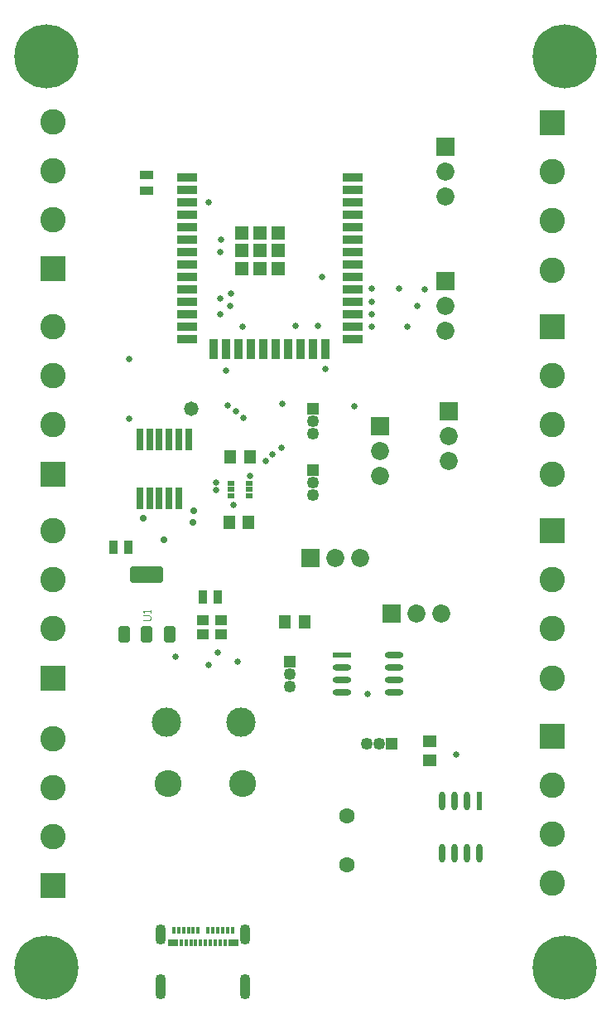
<source format=gts>
G04*
G04 #@! TF.GenerationSoftware,Altium Limited,Altium Designer,22.7.1 (60)*
G04*
G04 Layer_Color=8388736*
%FSLAX25Y25*%
%MOIN*%
G70*
G04*
G04 #@! TF.SameCoordinates,2BF9A078-D696-49FA-A729-B53DB30398E2*
G04*
G04*
G04 #@! TF.FilePolarity,Negative*
G04*
G01*
G75*
%ADD16C,0.00394*%
%ADD18R,0.04953X0.05756*%
%ADD21R,0.02410X0.07597*%
G04:AMPARAMS|DCode=22|XSize=75.97mil|YSize=24.1mil|CornerRadius=12.05mil|HoleSize=0mil|Usage=FLASHONLY|Rotation=270.000|XOffset=0mil|YOffset=0mil|HoleType=Round|Shape=RoundedRectangle|*
%AMROUNDEDRECTD22*
21,1,0.07597,0.00000,0,0,270.0*
21,1,0.05187,0.02410,0,0,270.0*
1,1,0.02410,0.00000,-0.02594*
1,1,0.02410,0.00000,0.02594*
1,1,0.02410,0.00000,0.02594*
1,1,0.02410,0.00000,-0.02594*
%
%ADD22ROUNDEDRECTD22*%
%ADD25R,0.03248X0.05217*%
G04:AMPARAMS|DCode=26|XSize=75.97mil|YSize=24.1mil|CornerRadius=12.05mil|HoleSize=0mil|Usage=FLASHONLY|Rotation=0.000|XOffset=0mil|YOffset=0mil|HoleType=Round|Shape=RoundedRectangle|*
%AMROUNDEDRECTD26*
21,1,0.07597,0.00000,0,0,0.0*
21,1,0.05187,0.02410,0,0,0.0*
1,1,0.02410,0.02594,0.00000*
1,1,0.02410,-0.02594,0.00000*
1,1,0.02410,-0.02594,0.00000*
1,1,0.02410,0.02594,0.00000*
%
%ADD26ROUNDEDRECTD26*%
%ADD27R,0.07597X0.02410*%
%ADD28R,0.05756X0.04953*%
%ADD29R,0.05217X0.03248*%
%ADD30R,0.03937X0.02756*%
%ADD31R,0.01181X0.02756*%
%ADD32R,0.05236X0.05236*%
%ADD33R,0.03543X0.07874*%
%ADD34R,0.07874X0.03543*%
%ADD35R,0.02769X0.08674*%
%ADD36R,0.02769X0.02375*%
%ADD37R,0.04737X0.03950*%
G04:AMPARAMS|DCode=38|XSize=43.43mil|YSize=65.09mil|CornerRadius=5.95mil|HoleSize=0mil|Usage=FLASHONLY|Rotation=180.000|XOffset=0mil|YOffset=0mil|HoleType=Round|Shape=RoundedRectangle|*
%AMROUNDEDRECTD38*
21,1,0.04343,0.05319,0,0,180.0*
21,1,0.03154,0.06509,0,0,180.0*
1,1,0.01190,-0.01577,0.02659*
1,1,0.01190,0.01577,0.02659*
1,1,0.01190,0.01577,-0.02659*
1,1,0.01190,-0.01577,-0.02659*
%
%ADD38ROUNDEDRECTD38*%
G04:AMPARAMS|DCode=39|XSize=132.02mil|YSize=65.09mil|CornerRadius=6mil|HoleSize=0mil|Usage=FLASHONLY|Rotation=180.000|XOffset=0mil|YOffset=0mil|HoleType=Round|Shape=RoundedRectangle|*
%AMROUNDEDRECTD39*
21,1,0.13202,0.05309,0,0,180.0*
21,1,0.12002,0.06509,0,0,180.0*
1,1,0.01200,-0.06001,0.02655*
1,1,0.01200,0.06001,0.02655*
1,1,0.01200,0.06001,-0.02655*
1,1,0.01200,-0.06001,-0.02655*
%
%ADD39ROUNDEDRECTD39*%
%ADD40C,0.10249*%
%ADD41R,0.10249X0.10249*%
%ADD42C,0.25800*%
%ADD43R,0.07284X0.07284*%
%ADD44C,0.07284*%
%ADD45C,0.11800*%
%ADD46R,0.07284X0.07284*%
%ADD47R,0.04934X0.04934*%
%ADD48C,0.04934*%
%ADD49R,0.04934X0.04934*%
%ADD50C,0.10800*%
%ADD51C,0.06312*%
G04:AMPARAMS|DCode=52|XSize=43.31mil|YSize=102.36mil|CornerRadius=21.65mil|HoleSize=0mil|Usage=FLASHONLY|Rotation=0.000|XOffset=0mil|YOffset=0mil|HoleType=Round|Shape=RoundedRectangle|*
%AMROUNDEDRECTD52*
21,1,0.04331,0.05906,0,0,0.0*
21,1,0.00000,0.10236,0,0,0.0*
1,1,0.04331,0.00000,-0.02953*
1,1,0.04331,0.00000,-0.02953*
1,1,0.04331,0.00000,0.02953*
1,1,0.04331,0.00000,0.02953*
%
%ADD52ROUNDEDRECTD52*%
G04:AMPARAMS|DCode=53|XSize=43.31mil|YSize=82.68mil|CornerRadius=21.65mil|HoleSize=0mil|Usage=FLASHONLY|Rotation=0.000|XOffset=0mil|YOffset=0mil|HoleType=Round|Shape=RoundedRectangle|*
%AMROUNDEDRECTD53*
21,1,0.04331,0.03937,0,0,0.0*
21,1,0.00000,0.08268,0,0,0.0*
1,1,0.04331,0.00000,-0.01968*
1,1,0.04331,0.00000,-0.01968*
1,1,0.04331,0.00000,0.01968*
1,1,0.04331,0.00000,0.01968*
%
%ADD53ROUNDEDRECTD53*%
%ADD54C,0.02572*%
%ADD55C,0.02800*%
%ADD56C,0.05800*%
D16*
X156851Y226000D02*
X159475D01*
X160000Y226525D01*
Y227574D01*
X159475Y228099D01*
X156851D01*
X160000Y229149D02*
Y230198D01*
Y229673D01*
X156851D01*
X157376Y229149D01*
D18*
X191654Y265500D02*
D03*
X199346D02*
D03*
X192154Y291669D02*
D03*
X199846D02*
D03*
X221846Y225500D02*
D03*
X214154D02*
D03*
D21*
X292500Y153399D02*
D03*
D22*
X287500D02*
D03*
X282500D02*
D03*
X277500D02*
D03*
Y132601D02*
D03*
X282500D02*
D03*
X287500D02*
D03*
X292500D02*
D03*
D25*
X180850Y235500D02*
D03*
X187150D02*
D03*
X151150Y255500D02*
D03*
X144850D02*
D03*
D26*
X257899Y212000D02*
D03*
Y207000D02*
D03*
Y202000D02*
D03*
Y197000D02*
D03*
X237101D02*
D03*
Y202000D02*
D03*
Y207000D02*
D03*
D27*
Y212000D02*
D03*
D28*
X272500Y169654D02*
D03*
Y177346D02*
D03*
D29*
X158500Y405150D02*
D03*
Y398850D02*
D03*
D30*
X193307Y96339D02*
D03*
X168898D02*
D03*
D31*
X172244D02*
D03*
X174213D02*
D03*
X176181D02*
D03*
X178150D02*
D03*
X180118D02*
D03*
X182087D02*
D03*
X184055D02*
D03*
X186024D02*
D03*
X187992D02*
D03*
X189961D02*
D03*
X192913Y101457D02*
D03*
X190945D02*
D03*
X188976D02*
D03*
X187008D02*
D03*
X185039D02*
D03*
X183071D02*
D03*
X179134D02*
D03*
X177165D02*
D03*
X175197D02*
D03*
X173228D02*
D03*
X171260D02*
D03*
X169291D02*
D03*
D32*
X211287Y367457D02*
D03*
X204063D02*
D03*
X196839D02*
D03*
X211287Y374681D02*
D03*
X204063D02*
D03*
X196839D02*
D03*
X211287Y381906D02*
D03*
X204063D02*
D03*
X196839D02*
D03*
D33*
X230500Y335272D02*
D03*
X225500D02*
D03*
X220500D02*
D03*
X215500D02*
D03*
X210500D02*
D03*
X205500D02*
D03*
X200500D02*
D03*
X195500D02*
D03*
X190500D02*
D03*
X185500D02*
D03*
D34*
X241465Y404209D02*
D03*
Y399209D02*
D03*
Y394209D02*
D03*
Y389209D02*
D03*
Y384209D02*
D03*
Y379209D02*
D03*
Y374209D02*
D03*
Y369209D02*
D03*
Y364209D02*
D03*
Y359209D02*
D03*
Y354209D02*
D03*
Y349209D02*
D03*
Y344209D02*
D03*
Y339209D02*
D03*
X174535D02*
D03*
Y344209D02*
D03*
Y349209D02*
D03*
Y354209D02*
D03*
Y359209D02*
D03*
Y364209D02*
D03*
Y369209D02*
D03*
Y374209D02*
D03*
Y379209D02*
D03*
Y384209D02*
D03*
Y389209D02*
D03*
Y394209D02*
D03*
Y399209D02*
D03*
Y404209D02*
D03*
D35*
X171374Y275189D02*
D03*
X167437D02*
D03*
X163500D02*
D03*
X159563D02*
D03*
X155626D02*
D03*
Y298811D02*
D03*
X159563D02*
D03*
X163500D02*
D03*
X167437D02*
D03*
X171374D02*
D03*
X175311D02*
D03*
D36*
X192260Y281228D02*
D03*
Y278669D02*
D03*
Y276110D02*
D03*
X199740D02*
D03*
Y278669D02*
D03*
Y281228D02*
D03*
D37*
X188500Y220331D02*
D03*
Y226236D02*
D03*
X181000Y226283D02*
D03*
Y220378D02*
D03*
D38*
X149445Y220394D02*
D03*
X158500D02*
D03*
X167555D02*
D03*
D39*
X158500Y244606D02*
D03*
D40*
X321728Y120472D02*
D03*
Y140157D02*
D03*
Y159843D02*
D03*
Y366972D02*
D03*
Y386658D02*
D03*
Y406343D02*
D03*
Y284972D02*
D03*
Y304658D02*
D03*
Y324342D02*
D03*
Y202972D02*
D03*
Y222657D02*
D03*
Y242342D02*
D03*
X120772Y426528D02*
D03*
Y406843D02*
D03*
Y387158D02*
D03*
Y344028D02*
D03*
Y324342D02*
D03*
Y304658D02*
D03*
Y262028D02*
D03*
Y242342D02*
D03*
Y222657D02*
D03*
Y178528D02*
D03*
Y158843D02*
D03*
Y139157D02*
D03*
D41*
X321728Y179528D02*
D03*
Y426028D02*
D03*
Y344028D02*
D03*
Y262028D02*
D03*
X120772Y367472D02*
D03*
Y284972D02*
D03*
Y202972D02*
D03*
Y119472D02*
D03*
D42*
X326772Y86614D02*
D03*
X118110D02*
D03*
X326772Y452756D02*
D03*
X118110D02*
D03*
D43*
X257000Y228724D02*
D03*
X224500Y251224D02*
D03*
D44*
X267000Y228724D02*
D03*
X277000D02*
D03*
X252500Y284000D02*
D03*
Y294000D02*
D03*
X244500Y251224D02*
D03*
X234500D02*
D03*
X280000Y290000D02*
D03*
Y300000D02*
D03*
X278724Y342500D02*
D03*
Y352500D02*
D03*
Y396500D02*
D03*
Y406500D02*
D03*
D45*
X196500Y185000D02*
D03*
X166500D02*
D03*
D46*
X252500Y304000D02*
D03*
X280000Y310000D02*
D03*
X278724Y362500D02*
D03*
Y416500D02*
D03*
D47*
X225500Y286500D02*
D03*
Y311000D02*
D03*
X216000Y209500D02*
D03*
D48*
X225500Y281500D02*
D03*
Y276500D02*
D03*
Y306000D02*
D03*
Y301000D02*
D03*
X252000Y176500D02*
D03*
X247000D02*
D03*
X216000Y204500D02*
D03*
Y199500D02*
D03*
D49*
X257000Y176500D02*
D03*
D50*
X167000Y160500D02*
D03*
X197000D02*
D03*
D51*
X239000Y147343D02*
D03*
Y127657D02*
D03*
D52*
X198110Y78740D02*
D03*
X164094D02*
D03*
D53*
X198110Y99843D02*
D03*
X164094D02*
D03*
D54*
X188000Y349000D02*
D03*
X186500Y278500D02*
D03*
Y281500D02*
D03*
X193500Y272500D02*
D03*
X200000Y284000D02*
D03*
X206500Y290000D02*
D03*
X208954Y292954D02*
D03*
X212986Y313000D02*
D03*
X212546Y295546D02*
D03*
X197500Y307500D02*
D03*
X194500Y310000D02*
D03*
X191000Y312500D02*
D03*
X247500Y196500D02*
D03*
X283000Y172000D02*
D03*
X227500Y344500D02*
D03*
X260000Y359500D02*
D03*
X187000Y213000D02*
D03*
X170000Y211500D02*
D03*
X151500Y331000D02*
D03*
Y307000D02*
D03*
X192500Y357500D02*
D03*
X188000Y355500D02*
D03*
X192000Y352500D02*
D03*
X183500Y394000D02*
D03*
X229000Y364000D02*
D03*
X218500Y344500D02*
D03*
X242000Y312000D02*
D03*
X190500Y326500D02*
D03*
X197000Y344000D02*
D03*
X188500Y379000D02*
D03*
X188000Y374000D02*
D03*
X195000Y209500D02*
D03*
X183500Y208000D02*
D03*
X230500Y327000D02*
D03*
X263500Y344000D02*
D03*
X249000D02*
D03*
Y359500D02*
D03*
X270500Y359000D02*
D03*
X249000Y349000D02*
D03*
X267500Y352500D02*
D03*
X249000Y354000D02*
D03*
D55*
X177500Y270000D02*
D03*
X177000Y265500D02*
D03*
X165500Y258500D02*
D03*
X157000Y267000D02*
D03*
D56*
X176500Y311000D02*
D03*
M02*

</source>
